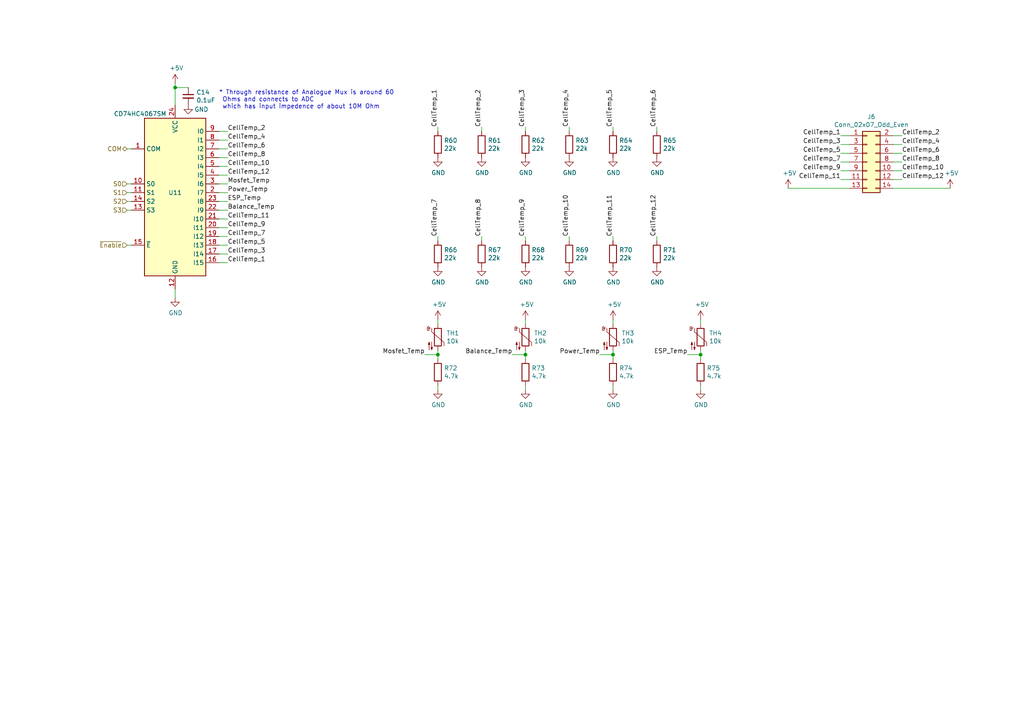
<source format=kicad_sch>
(kicad_sch (version 20250114) (generator "eeschema") (generator_version "9.0")
  (paper "A4")
  (lib_symbols
    (symbol "74xx:CD74HC4067SM"
      (property "Reference" "U" (at -8.89 22.86 0))
      (property "Value" "CD74HC4067SM" (at 1.27 22.86 0))
      (symbol "CD74HC4067SM_0_1"
        (rectangle (start -8.89 21.59) (end 8.89 -24.13) (stroke (width 0.254)) (fill (type background)))
      )
      (symbol "CD74HC4067SM_1_1"
        (pin passive line (at -12.7 12.7 0) (length 3.81) (name "COM") (number "1"))
        (pin input line (at -12.7 2.54 0) (length 3.81) (name "S0") (number "10"))
        (pin input line (at -12.7 0 0) (length 3.81) (name "S1") (number "11"))
        (pin input line (at -12.7 -2.54 0) (length 3.81) (name "S2") (number "14"))
        (pin input line (at -12.7 -5.08 0) (length 3.81) (name "S3") (number "13"))
        (pin input line (at -12.7 -15.24 0) (length 3.81) (name "~{E}") (number "15"))
        (pin power_in line (at 0 25.4 270) (length 3.81) (name "VCC") (number "24"))
        (pin power_in line (at 0 -27.94 90) (length 3.81) (name "GND") (number "12"))
        (pin passive line (at 12.7 17.78 180) (length 3.81) (name "I0") (number "9"))
        (pin passive line (at 12.7 15.24 180) (length 3.81) (name "I1") (number "8"))
        (pin passive line (at 12.7 12.7 180) (length 3.81) (name "I2") (number "7"))
        (pin passive line (at 12.7 10.16 180) (length 3.81) (name "I3") (number "6"))
        (pin passive line (at 12.7 7.62 180) (length 3.81) (name "I4") (number "5"))
        (pin passive line (at 12.7 5.08 180) (length 3.81) (name "I5") (number "4"))
        (pin passive line (at 12.7 2.54 180) (length 3.81) (name "I6") (number "3"))
        (pin passive line (at 12.7 0 180) (length 3.81) (name "I7") (number "2"))
        (pin passive line (at 12.7 -2.54 180) (length 3.81) (name "I8") (number "23"))
        (pin passive line (at 12.7 -5.08 180) (length 3.81) (name "I9") (number "22"))
        (pin passive line (at 12.7 -7.62 180) (length 3.81) (name "I10") (number "21"))
        (pin passive line (at 12.7 -10.16 180) (length 3.81) (name "I11") (number "20"))
        (pin passive line (at 12.7 -12.7 180) (length 3.81) (name "I12") (number "19"))
        (pin passive line (at 12.7 -15.24 180) (length 3.81) (name "I13") (number "18"))
        (pin passive line (at 12.7 -17.78 180) (length 3.81) (name "I14") (number "17"))
        (pin passive line (at 12.7 -20.32 180) (length 3.81) (name "I15") (number "16"))
      )
    )
    (symbol "Connector_Generic:Conn_02x07_Odd_Even" (pin_names (offset 1.016) (hide yes))
      (property "Reference" "J" (at 1.27 10.16 0))
      (property "Value" "Conn_02x07_Odd_Even" (at 1.27 -10.16 0))
      (symbol "Conn_02x07_Odd_Even_1_1"
        (rectangle (start -1.27 8.89) (end 3.81 -8.89) (stroke (width 0.254)) (fill (type background)))
        (rectangle (start -1.27 7.747) (end 0 7.493) (stroke (width 0.1524)))
        (rectangle (start -1.27 5.207) (end 0 4.953) (stroke (width 0.1524)))
        (rectangle (start -1.27 2.667) (end 0 2.413) (stroke (width 0.1524)))
        (rectangle (start -1.27 0.127) (end 0 -0.127) (stroke (width 0.1524)))
        (rectangle (start -1.27 -2.413) (end 0 -2.667) (stroke (width 0.1524)))
        (rectangle (start -1.27 -4.953) (end 0 -5.207) (stroke (width 0.1524)))
        (rectangle (start -1.27 -7.493) (end 0 -7.747) (stroke (width 0.1524)))
        (rectangle (start 3.81 7.747) (end 2.54 7.493) (stroke (width 0.1524)))
        (rectangle (start 3.81 5.207) (end 2.54 4.953) (stroke (width 0.1524)))
        (rectangle (start 3.81 2.667) (end 2.54 2.413) (stroke (width 0.1524)))
        (rectangle (start 3.81 0.127) (end 2.54 -0.127) (stroke (width 0.1524)))
        (rectangle (start 3.81 -2.413) (end 2.54 -2.667) (stroke (width 0.1524)))
        (rectangle (start 3.81 -4.953) (end 2.54 -5.207) (stroke (width 0.1524)))
        (rectangle (start 3.81 -7.493) (end 2.54 -7.747) (stroke (width 0.1524)))
        (pin passive line (at -5.08 7.62 0) (length 3.81) (name "Pin_1") (number "1"))
        (pin passive line (at -5.08 5.08 0) (length 3.81) (name "Pin_3") (number "3"))
        (pin passive line (at -5.08 2.54 0) (length 3.81) (name "Pin_5") (number "5"))
        (pin passive line (at -5.08 0 0) (length 3.81) (name "Pin_7") (number "7"))
        (pin passive line (at -5.08 -2.54 0) (length 3.81) (name "Pin_9") (number "9"))
        (pin passive line (at -5.08 -5.08 0) (length 3.81) (name "Pin_11") (number "11"))
        (pin passive line (at -5.08 -7.62 0) (length 3.81) (name "Pin_13") (number "13"))
        (pin passive line (at 7.62 7.62 180) (length 3.81) (name "Pin_2") (number "2"))
        (pin passive line (at 7.62 5.08 180) (length 3.81) (name "Pin_4") (number "4"))
        (pin passive line (at 7.62 2.54 180) (length 3.81) (name "Pin_6") (number "6"))
        (pin passive line (at 7.62 0 180) (length 3.81) (name "Pin_8") (number "8"))
        (pin passive line (at 7.62 -2.54 180) (length 3.81) (name "Pin_10") (number "10"))
        (pin passive line (at 7.62 -5.08 180) (length 3.81) (name "Pin_12") (number "12"))
        (pin passive line (at 7.62 -7.62 180) (length 3.81) (name "Pin_14") (number "14"))
      )
    )
    (symbol "Device:C_Small" (pin_numbers (hide yes)) (pin_names (offset 0.254) (hide yes))
      (property "Reference" "C" (at 0.254 1.778 0))
      (property "Value" "C_Small" (at 0.254 -2.032 0))
      (symbol "C_Small_0_1"
        (polyline (pts (xy -1.524 0.508) (xy 1.524 0.508)) (stroke (width 0.3048)))
        (polyline (pts (xy -1.524 -0.508) (xy 1.524 -0.508)) (stroke (width 0.3302)))
      )
      (symbol "C_Small_1_1"
        (pin passive line (at 0 2.54 270) (length 2.032) (name "~") (number "1"))
        (pin passive line (at 0 -2.54 90) (length 2.032) (name "~") (number "2"))
      )
    )
    (symbol "Device:R" (pin_numbers (hide yes)) (pin_names (offset 0))
      (property "Reference" "R" (at 2.032 0 90))
      (property "Value" "R" (at 0 0 90))
      (symbol "R_0_1"
        (rectangle (start -1.016 -2.54) (end 1.016 2.54) (stroke (width 0.254)))
      )
      (symbol "R_1_1"
        (pin passive line (at 0 3.81 270) (length 1.27) (name "~") (number "1"))
        (pin passive line (at 0 -3.81 90) (length 1.27) (name "~") (number "2"))
      )
    )
    (symbol "Device:Thermistor_NTC" (pin_numbers (hide yes)) (pin_names (offset 0))
      (property "Reference" "TH" (at -4.445 0 90))
      (property "Value" "Thermistor_NTC" (at 3.175 0 90))
      (symbol "Thermistor_NTC_0_1"
        (arc (start -3.175 2.413) (mid -3.0505 2.3165) (end -3.048 2.159))
        (arc (start -3.048 2.794) (mid -2.9736 2.9736) (end -2.794 3.048))
        (arc (start -2.794 3.048) (mid -2.6144 2.9736) (end -2.54 2.794))
        (arc (start -2.794 2.54) (mid -2.9736 2.6144) (end -3.048 2.794))
        (arc (start -2.794 1.905) (mid -2.9736 1.9794) (end -3.048 2.159))
        (arc (start -2.54 2.159) (mid -2.6144 1.9794) (end -2.794 1.905))
        (arc (start -2.159 2.794) (mid -2.434 2.5608) (end -2.794 2.54))
        (polyline (pts (xy -2.54 2.159) (xy -2.54 2.794)))
        (polyline (pts (xy -2.54 -3.683) (xy -2.54 -1.397) (xy -2.794 -2.159) (xy -2.286 -2.159) (xy -2.54 -1.397) (xy -2.54 -1.651)) (fill (type outline)))
        (polyline (pts (xy -1.778 2.54) (xy -1.778 1.524) (xy 1.778 -1.524) (xy 1.778 -2.54)))
        (polyline (pts (xy -1.778 -1.397) (xy -1.778 -3.683) (xy -2.032 -2.921) (xy -1.524 -2.921) (xy -1.778 -3.683) (xy -1.778 -3.429)) (fill (type outline)))
        (rectangle (start -1.016 2.54) (end 1.016 -2.54) (stroke (width 0.254)))
      )
      (symbol "Thermistor_NTC_1_1"
        (pin passive line (at 0 3.81 270) (length 1.27) (name "~") (number "1"))
        (pin passive line (at 0 -3.81 90) (length 1.27) (name "~") (number "2"))
      )
    )
    (symbol "power:+5V" (power) (pin_names (offset 0))
      (property "Value" "+5V" (at 0 3.556 0))
      (symbol "+5V_0_1"
        (polyline (pts (xy -0.762 1.27) (xy 0 2.54)))
        (polyline (pts (xy 0 2.54) (xy 0.762 1.27)))
        (polyline (pts (xy 0 0) (xy 0 2.54)))
      )
      (symbol "+5V_1_1"
        (pin power_in line (at 0 0 90) (length 0) (hide yes) (name "+5V") (number "1"))
      )
    )
    (symbol "power:GND" (power) (pin_names (offset 0))
      (property "Value" "GND" (at 0 -3.81 0))
      (symbol "GND_0_1"
        (polyline (pts (xy 0 0) (xy 0 -1.27) (xy 1.27 -1.27) (xy 0 -2.54) (xy -1.27 -1.27) (xy 0 -1.27)))
      )
      (symbol "GND_1_1"
        (pin power_in line (at 0 0 270) (length 0) (hide yes) (name "GND") (number "1"))
      )
    )
  )
  (text "* Through resistance of Analogue Mux is around 60\n Ohms and connects to ADC\n which has input impedence of about 10M Ohm" (at 63.5 31.75 0) (effects (font (size 1.27 1.27)) (justify left bottom)))
  (junction (at 50.8 25.4))
  (junction (at 203.2 102.87))
  (junction (at 152.4 102.87))
  (junction (at 177.8 102.87))
  (junction (at 127 102.87))
  (wire (pts (xy 127 101.6) (xy 127 102.87)))
  (wire (pts (xy 203.2 101.6) (xy 203.2 102.87)))
  (wire (pts (xy 54.61 25.4) (xy 50.8 25.4)))
  (wire (pts (xy 63.5 55.88) (xy 66.04 55.88)))
  (wire (pts (xy 63.5 68.58) (xy 66.04 68.58)))
  (wire (pts (xy 152.4 92.71) (xy 152.4 93.98)))
  (wire (pts (xy 50.8 24.13) (xy 50.8 25.4)))
  (wire (pts (xy 152.4 113.03) (xy 152.4 111.76)))
  (wire (pts (xy 228.6 54.61) (xy 246.38 54.61)))
  (wire (pts (xy 63.5 45.72) (xy 66.04 45.72)))
  (wire (pts (xy 50.8 25.4) (xy 50.8 30.48)))
  (wire (pts (xy 127 102.87) (xy 127 104.14)))
  (wire (pts (xy 139.7 68.58) (xy 139.7 69.85)))
  (wire (pts (xy 152.4 36.83) (xy 152.4 38.1)))
  (wire (pts (xy 123.19 102.87) (xy 127 102.87)))
  (wire (pts (xy 63.5 60.96) (xy 66.04 60.96)))
  (wire (pts (xy 63.5 58.42) (xy 66.04 58.42)))
  (wire (pts (xy 259.08 49.53) (xy 261.62 49.53)))
  (wire (pts (xy 177.8 68.58) (xy 177.8 69.85)))
  (wire (pts (xy 243.84 52.07) (xy 246.38 52.07)))
  (wire (pts (xy 139.7 36.83) (xy 139.7 38.1)))
  (wire (pts (xy 177.8 113.03) (xy 177.8 111.76)))
  (wire (pts (xy 203.2 92.71) (xy 203.2 93.98)))
  (wire (pts (xy 243.84 44.45) (xy 246.38 44.45)))
  (wire (pts (xy 165.1 68.58) (xy 165.1 69.85)))
  (wire (pts (xy 190.5 68.58) (xy 190.5 69.85)))
  (wire (pts (xy 63.5 38.1) (xy 66.04 38.1)))
  (wire (pts (xy 63.5 73.66) (xy 66.04 73.66)))
  (wire (pts (xy 63.5 53.34) (xy 66.04 53.34)))
  (wire (pts (xy 259.08 46.99) (xy 261.62 46.99)))
  (wire (pts (xy 243.84 46.99) (xy 246.38 46.99)))
  (wire (pts (xy 127 113.03) (xy 127 111.76)))
  (wire (pts (xy 127 92.71) (xy 127 93.98)))
  (wire (pts (xy 203.2 102.87) (xy 203.2 104.14)))
  (wire (pts (xy 63.5 50.8) (xy 66.04 50.8)))
  (wire (pts (xy 63.5 71.12) (xy 66.04 71.12)))
  (wire (pts (xy 259.08 52.07) (xy 261.62 52.07)))
  (wire (pts (xy 259.08 54.61) (xy 275.59 54.61)))
  (wire (pts (xy 63.5 40.64) (xy 66.04 40.64)))
  (wire (pts (xy 243.84 41.91) (xy 246.38 41.91)))
  (wire (pts (xy 165.1 36.83) (xy 165.1 38.1)))
  (wire (pts (xy 177.8 101.6) (xy 177.8 102.87)))
  (wire (pts (xy 63.5 43.18) (xy 66.04 43.18)))
  (wire (pts (xy 152.4 101.6) (xy 152.4 102.87)))
  (wire (pts (xy 199.39 102.87) (xy 203.2 102.87)))
  (wire (pts (xy 36.83 58.42) (xy 38.1 58.42)))
  (wire (pts (xy 259.08 41.91) (xy 261.62 41.91)))
  (wire (pts (xy 127 68.58) (xy 127 69.85)))
  (wire (pts (xy 63.5 76.2) (xy 66.04 76.2)))
  (wire (pts (xy 243.84 49.53) (xy 246.38 49.53)))
  (wire (pts (xy 259.08 44.45) (xy 261.62 44.45)))
  (wire (pts (xy 63.5 48.26) (xy 66.04 48.26)))
  (wire (pts (xy 127 36.83) (xy 127 38.1)))
  (wire (pts (xy 190.5 36.83) (xy 190.5 38.1)))
  (wire (pts (xy 50.8 83.82) (xy 50.8 86.36)))
  (wire (pts (xy 63.5 63.5) (xy 66.04 63.5)))
  (wire (pts (xy 36.83 43.18) (xy 38.1 43.18)))
  (wire (pts (xy 148.59 102.87) (xy 152.4 102.87)))
  (wire (pts (xy 259.08 39.37) (xy 261.62 39.37)))
  (wire (pts (xy 177.8 36.83) (xy 177.8 38.1)))
  (wire (pts (xy 177.8 92.71) (xy 177.8 93.98)))
  (wire (pts (xy 36.83 55.88) (xy 38.1 55.88)))
  (wire (pts (xy 36.83 71.12) (xy 38.1 71.12)))
  (wire (pts (xy 152.4 102.87) (xy 152.4 104.14)))
  (wire (pts (xy 173.99 102.87) (xy 177.8 102.87)))
  (wire (pts (xy 152.4 68.58) (xy 152.4 69.85)))
  (wire (pts (xy 203.2 113.03) (xy 203.2 111.76)))
  (wire (pts (xy 36.83 53.34) (xy 38.1 53.34)))
  (wire (pts (xy 243.84 39.37) (xy 246.38 39.37)))
  (wire (pts (xy 177.8 102.87) (xy 177.8 104.14)))
  (wire (pts (xy 36.83 60.96) (xy 38.1 60.96)))
  (wire (pts (xy 63.5 66.04) (xy 66.04 66.04)))
  (label "CellTemp_6" (at 190.5 36.83 90))
  (label "CellTemp_8" (at 139.7 68.58 90))
  (label "CellTemp_3" (at 66.04 73.66 0))
  (label "Balance_Temp" (at 66.04 60.96 0))
  (label "CellTemp_5" (at 177.8 36.83 90))
  (label "CellTemp_9" (at 66.04 66.04 0))
  (label "Balance_Temp" (at 148.59 102.87 180))
  (label "CellTemp_1" (at 127 36.83 90))
  (label "CellTemp_10" (at 66.04 48.26 0))
  (label "CellTemp_12" (at 261.62 52.07 0))
  (label "ESP_Temp" (at 199.39 102.87 180))
  (label "CellTemp_12" (at 190.5 68.58 90))
  (label "CellTemp_4" (at 165.1 36.83 90))
  (label "Mosfet_Temp" (at 66.04 53.34 0))
  (label "CellTemp_8" (at 66.04 45.72 0))
  (label "CellTemp_7" (at 127 68.58 90))
  (label "CellTemp_11" (at 243.84 52.07 180))
  (label "CellTemp_2" (at 261.62 39.37 0))
  (label "CellTemp_9" (at 152.4 68.58 90))
  (label "CellTemp_3" (at 243.84 41.91 180))
  (label "CellTemp_11" (at 177.8 68.58 90))
  (label "Mosfet_Temp" (at 123.19 102.87 180))
  (label "CellTemp_8" (at 261.62 46.99 0))
  (label "CellTemp_12" (at 66.04 50.8 0))
  (label "Power_Temp" (at 173.99 102.87 180))
  (label "CellTemp_5" (at 243.84 44.45 180))
  (label "CellTemp_6" (at 66.04 43.18 0))
  (label "CellTemp_7" (at 66.04 68.58 0))
  (label "CellTemp_1" (at 66.04 76.2 0))
  (label "CellTemp_9" (at 243.84 49.53 180))
  (label "CellTemp_2" (at 66.04 38.1 0))
  (label "CellTemp_5" (at 66.04 71.12 0))
  (label "CellTemp_4" (at 66.04 40.64 0))
  (label "CellTemp_11" (at 66.04 63.5 0))
  (label "Power_Temp" (at 66.04 55.88 0))
  (label "CellTemp_7" (at 243.84 46.99 180))
  (label "CellTemp_2" (at 139.7 36.83 90))
  (label "CellTemp_1" (at 243.84 39.37 180))
  (label "ESP_Temp" (at 66.04 58.42 0))
  (label "CellTemp_3" (at 152.4 36.83 90))
  (label "CellTemp_10" (at 165.1 68.58 90))
  (label "CellTemp_10" (at 261.62 49.53 0))
  (label "CellTemp_4" (at 261.62 41.91 0))
  (label "CellTemp_6" (at 261.62 44.45 0))
  (hierarchical_label "~{Enable}" (shape input) (at 36.83 71.12 180))
  (hierarchical_label "S2" (shape input) (at 36.83 58.42 180))
  (hierarchical_label "S1" (shape input) (at 36.83 55.88 180))
  (hierarchical_label "S3" (shape input) (at 36.83 60.96 180))
  (hierarchical_label "S0" (shape input) (at 36.83 53.34 180))
  (hierarchical_label "COM" (shape bidirectional) (at 36.83 43.18 180))
  (symbol (lib_id "Device:Thermistor_NTC") (at 127 97.79 0) (unit 1)
    (property "Reference" "TH1" (at 129.4638 96.6216 0) (effects (justify left)))
    (property "Value" "10k" (at 129.4638 98.933 0) (effects (justify left)))
    (property "Footprint" "Resistor_SMD:R_0402_1005Metric" (effects (hide yes)))
    (property "Datasheet" "https://product.tdk.com/system/files/dam/doc/product/sensor/ntc/chip-ntc-thermistor/catalog/tpd_commercial_ntc-thermistor_ntcg_en.pdf" (effects (hide yes)))
    (property "Comment" "THERMISTOR NTC 10KOHM 3380K 0402" (effects (hide yes)))
    (property "Digikey Number" "445-2550-1-ND" (effects (hide yes)))
    (property "Part Number" "NTCG103JF103FT1" (effects (hide yes)))
    (property "Price ($)" "0.11" (effects (hide yes)))
  )
  (symbol (lib_id "Device:R") (at 127 107.95 0) (unit 1)
    (property "Reference" "R72" (at 128.778 106.7816 0) (effects (justify left)))
    (property "Value" "4.7k" (at 128.778 109.093 0) (effects (justify left)))
    (property "Footprint" "Resistor_SMD:R_0402_1005Metric" (effects (hide yes)))
    (property "Datasheet" "https://www.yageo.com/upload/media/product/productsearch/datasheet/rchip/PYu-RC_Group_51_RoHS_L_12.pdf" (effects (hide yes)))
    (property "Comment" "4.7 kOhms ±1% 0.063W, 1/16W Chip Resistor 0402 (1005 Metric) Moisture Resistant Thick Film" (effects (hide yes)))
    (property "Digikey Number" "311-4.7KLRCT-ND" (effects (hide yes)))
    (property "Part Number" "RC0402FR-074K7L" (effects (hide yes)))
    (property "Price ($)" "0.1" (effects (hide yes)))
  )
  (symbol (lib_id "power:GND") (at 127 113.03 0) (unit 1)
    (property "Reference" "#PWR081" (effects (hide yes)))
    (property "Value" "GND" (at 127.127 117.4242 0))
  )
  (symbol (lib_id "power:+5V") (at 127 92.71 0) (unit 1)
    (property "Reference" "#PWR077" (effects (hide yes)))
    (property "Value" "+5V" (at 127.381 88.3158 0))
  )
  (symbol (lib_id "Device:Thermistor_NTC") (at 152.4 97.79 0) (unit 1)
    (property "Reference" "TH2" (at 154.8638 96.6216 0) (effects (justify left)))
    (property "Value" "10k" (at 154.8638 98.933 0) (effects (justify left)))
    (property "Footprint" "Resistor_SMD:R_0402_1005Metric" (effects (hide yes)))
    (property "Datasheet" "https://product.tdk.com/system/files/dam/doc/product/sensor/ntc/chip-ntc-thermistor/catalog/tpd_commercial_ntc-thermistor_ntcg_en.pdf" (effects (hide yes)))
    (property "Comment" "THERMISTOR NTC 10KOHM 3380K 0402" (effects (hide yes)))
    (property "Digikey Number" "445-2550-1-ND" (effects (hide yes)))
    (property "Part Number" "NTCG103JF103FT1" (effects (hide yes)))
    (property "Price ($)" "0.11" (effects (hide yes)))
  )
  (symbol (lib_id "Device:R") (at 152.4 107.95 0) (unit 1)
    (property "Reference" "R73" (at 154.178 106.7816 0) (effects (justify left)))
    (property "Value" "4.7k" (at 154.178 109.093 0) (effects (justify left)))
    (property "Footprint" "Resistor_SMD:R_0402_1005Metric" (effects (hide yes)))
    (property "Datasheet" "https://www.yageo.com/upload/media/product/productsearch/datasheet/rchip/PYu-RC_Group_51_RoHS_L_12.pdf" (effects (hide yes)))
    (property "Comment" "4.7 kOhms ±1% 0.063W, 1/16W Chip Resistor 0402 (1005 Metric) Moisture Resistant Thick Film" (effects (hide yes)))
    (property "Digikey Number" "311-4.7KLRCT-ND" (effects (hide yes)))
    (property "Part Number" "RC0402FR-074K7L" (effects (hide yes)))
    (property "Price ($)" "0.1" (effects (hide yes)))
  )
  (symbol (lib_id "power:GND") (at 152.4 113.03 0) (unit 1)
    (property "Reference" "#PWR082" (effects (hide yes)))
    (property "Value" "GND" (at 152.527 117.4242 0))
  )
  (symbol (lib_id "power:+5V") (at 152.4 92.71 0) (unit 1)
    (property "Reference" "#PWR078" (effects (hide yes)))
    (property "Value" "+5V" (at 152.781 88.3158 0))
  )
  (symbol (lib_id "Device:Thermistor_NTC") (at 177.8 97.79 0) (unit 1)
    (property "Reference" "TH3" (at 180.2638 96.6216 0) (effects (justify left)))
    (property "Value" "10k" (at 180.2638 98.933 0) (effects (justify left)))
    (property "Footprint" "Resistor_SMD:R_0402_1005Metric" (effects (hide yes)))
    (property "Datasheet" "https://product.tdk.com/system/files/dam/doc/product/sensor/ntc/chip-ntc-thermistor/catalog/tpd_commercial_ntc-thermistor_ntcg_en.pdf" (effects (hide yes)))
    (property "Comment" "THERMISTOR NTC 10KOHM 3380K 0402" (effects (hide yes)))
    (property "Digikey Number" "445-2550-1-ND" (effects (hide yes)))
    (property "Part Number" "NTCG103JF103FT1" (effects (hide yes)))
    (property "Price ($)" "0.11" (effects (hide yes)))
  )
  (symbol (lib_id "Device:R") (at 177.8 107.95 0) (unit 1)
    (property "Reference" "R74" (at 179.578 106.7816 0) (effects (justify left)))
    (property "Value" "4.7k" (at 179.578 109.093 0) (effects (justify left)))
    (property "Footprint" "Resistor_SMD:R_0402_1005Metric" (effects (hide yes)))
    (property "Datasheet" "https://www.yageo.com/upload/media/product/productsearch/datasheet/rchip/PYu-RC_Group_51_RoHS_L_12.pdf" (effects (hide yes)))
    (property "Comment" "4.7 kOhms ±1% 0.063W, 1/16W Chip Resistor 0402 (1005 Metric) Moisture Resistant Thick Film" (effects (hide yes)))
    (property "Digikey Number" "311-4.7KLRCT-ND" (effects (hide yes)))
    (property "Part Number" "RC0402FR-074K7L" (effects (hide yes)))
    (property "Price ($)" "0.1" (effects (hide yes)))
  )
  (symbol (lib_id "power:GND") (at 177.8 113.03 0) (unit 1)
    (property "Reference" "#PWR083" (effects (hide yes)))
    (property "Value" "GND" (at 177.927 117.4242 0))
  )
  (symbol (lib_id "power:+5V") (at 177.8 92.71 0) (unit 1)
    (property "Reference" "#PWR079" (effects (hide yes)))
    (property "Value" "+5V" (at 178.181 88.3158 0))
  )
  (symbol (lib_id "Device:Thermistor_NTC") (at 203.2 97.79 0) (unit 1)
    (property "Reference" "TH4" (at 205.6638 96.6216 0) (effects (justify left)))
    (property "Value" "10k" (at 205.6638 98.933 0) (effects (justify left)))
    (property "Footprint" "Resistor_SMD:R_0402_1005Metric" (effects (hide yes)))
    (property "Datasheet" "https://product.tdk.com/system/files/dam/doc/product/sensor/ntc/chip-ntc-thermistor/catalog/tpd_commercial_ntc-thermistor_ntcg_en.pdf" (effects (hide yes)))
    (property "Comment" "THERMISTOR NTC 10KOHM 3380K 0402" (effects (hide yes)))
    (property "Digikey Number" "445-2550-1-ND" (effects (hide yes)))
    (property "Part Number" "NTCG103JF103FT1" (effects (hide yes)))
    (property "Price ($)" "0.11" (effects (hide yes)))
  )
  (symbol (lib_id "Device:R") (at 203.2 107.95 0) (unit 1)
    (property "Reference" "R75" (at 204.978 106.7816 0) (effects (justify left)))
    (property "Value" "4.7k" (at 204.978 109.093 0) (effects (justify left)))
    (property "Footprint" "Resistor_SMD:R_0402_1005Metric" (effects (hide yes)))
    (property "Datasheet" "https://www.yageo.com/upload/media/product/productsearch/datasheet/rchip/PYu-RC_Group_51_RoHS_L_12.pdf" (effects (hide yes)))
    (property "Comment" "4.7 kOhms ±1% 0.063W, 1/16W Chip Resistor 0402 (1005 Metric) Moisture Resistant Thick Film" (effects (hide yes)))
    (property "Digikey Number" "311-4.7KLRCT-ND" (effects (hide yes)))
    (property "Part Number" "RC0402FR-074K7L" (effects (hide yes)))
    (property "Price ($)" "0.1" (effects (hide yes)))
  )
  (symbol (lib_id "power:GND") (at 203.2 113.03 0) (unit 1)
    (property "Reference" "#PWR084" (effects (hide yes)))
    (property "Value" "GND" (at 203.327 117.4242 0))
  )
  (symbol (lib_id "power:+5V") (at 203.2 92.71 0) (unit 1)
    (property "Reference" "#PWR080" (effects (hide yes)))
    (property "Value" "+5V" (at 203.581 88.3158 0))
  )
  (symbol (lib_id "Connector_Generic:Conn_02x07_Odd_Even") (at 251.46 46.99 0) (unit 1)
    (property "Reference" "J6" (at 252.73 33.8582 0))
    (property "Value" "Conn_02x07_Odd_Even" (at 252.73 36.1696 0))
    (property "Footprint" "uBMS-2:Molex_Milli_Grid_0878325623_TopBottom" (effects (hide yes)))
    (property "Datasheet" "https://media.digikey.com/pdf/Data%20Sheets/Molex%20PDFs/87832-300_Pkg_Spec.pdf" (effects (hide yes)))
    (property "Part Number" "0878325623" (effects (hide yes)))
    (property "Digikey Number" "WM6815TR-ND" (effects (hide yes)))
    (property "Price ($)" "1.56" (effects (hide yes)))
    (property "Comment" "Connector Header Surface Mount 14 position 0.079\" (2.00mm)" (effects (hide yes)))
  )
  (symbol (lib_id "74xx:CD74HC4067SM") (at 50.8 55.88 0) (unit 1)
    (property "Reference" "U11" (at 50.8 55.88 0))
    (property "Value" "CD74HC4067SM" (at 40.64 33.02 0))
    (property "Footprint" "Package_SO:SSOP-24_5.3x8.2mm_P0.65mm" (effects (hide yes)))
    (property "Datasheet" "http://www.ti.com/lit/ds/symlink/cd74hc4067.pdf" (effects (hide yes)))
    (property "Part Number" "CD74HC4067SM96" (effects (hide yes)))
    (property "Digikey Number" "296-9226-2-ND" (effects (hide yes)))
    (property "Price ($)" "0.79" (effects (hide yes)))
    (property "Comment" "1 Circuit IC Switch 16:1 160Ohm 24-SSOP" (effects (hide yes)))
  )
  (symbol (lib_id "power:GND") (at 50.8 86.36 0) (unit 1)
    (property "Reference" "#PWR076" (effects (hide yes)))
    (property "Value" "GND" (at 50.927 90.7542 0))
  )
  (symbol (lib_id "power:GND") (at 54.61 30.48 0) (unit 1)
    (property "Reference" "#PWR061" (effects (hide yes)))
    (property "Value" "GND" (at 58.42 31.75 0))
  )
  (symbol (lib_id "power:+5V") (at 50.8 24.13 0) (unit 1)
    (property "Reference" "#PWR060" (effects (hide yes)))
    (property "Value" "+5V" (at 51.181 19.7358 0))
  )
  (symbol (lib_id "power:+5V") (at 228.6 54.61 0) (unit 1)
    (property "Reference" "#PWR062" (effects (hide yes)))
    (property "Value" "+5V" (at 228.981 50.2158 0))
  )
  (symbol (lib_id "power:+5V") (at 275.59 54.61 0) (unit 1)
    (property "Reference" "#PWR063" (effects (hide yes)))
    (property "Value" "+5V" (at 275.971 50.2158 0))
  )
  (symbol (lib_id "Device:R") (at 127 41.91 0) (unit 1)
    (property "Reference" "R60" (at 128.778 40.7416 0) (effects (justify left)))
    (property "Value" "22k" (at 128.778 43.053 0) (effects (justify left)))
    (property "Footprint" "Resistor_SMD:R_0402_1005Metric" (effects (hide yes)))
    (property "Datasheet" "https://www.yageo.com/upload/media/product/productsearch/datasheet/rchip/PYu-RC_Group_51_RoHS_L_12.pdf" (effects (hide yes)))
    (property "Comment" "22 kOhms ±1% 0.063W, 1/16W Chip Resistor 0402 (1005 Metric) Moisture Resistant Thick Film" (effects (hide yes)))
    (property "Digikey Number" "311-22.0KLRCT-ND" (effects (hide yes)))
    (property "Part Number" "RC0402FR-0722KL" (effects (hide yes)))
    (property "Price ($)" "0.1" (effects (hide yes)))
  )
  (symbol (lib_id "Device:R") (at 139.7 41.91 0) (unit 1)
    (property "Reference" "R61" (at 141.478 40.7416 0) (effects (justify left)))
    (property "Value" "22k" (at 141.478 43.053 0) (effects (justify left)))
    (property "Footprint" "Resistor_SMD:R_0402_1005Metric" (effects (hide yes)))
    (property "Datasheet" "https://www.yageo.com/upload/media/product/productsearch/datasheet/rchip/PYu-RC_Group_51_RoHS_L_12.pdf" (effects (hide yes)))
    (property "Comment" "22 kOhms ±1% 0.063W, 1/16W Chip Resistor 0402 (1005 Metric) Moisture Resistant Thick Film" (effects (hide yes)))
    (property "Digikey Number" "311-22.0KLRCT-ND" (effects (hide yes)))
    (property "Part Number" "RC0402FR-0722KL" (effects (hide yes)))
    (property "Price ($)" "0.1" (effects (hide yes)))
  )
  (symbol (lib_id "Device:R") (at 152.4 41.91 0) (unit 1)
    (property "Reference" "R62" (at 154.178 40.7416 0) (effects (justify left)))
    (property "Value" "22k" (at 154.178 43.053 0) (effects (justify left)))
    (property "Footprint" "Resistor_SMD:R_0402_1005Metric" (effects (hide yes)))
    (property "Datasheet" "https://www.yageo.com/upload/media/product/productsearch/datasheet/rchip/PYu-RC_Group_51_RoHS_L_12.pdf" (effects (hide yes)))
    (property "Comment" "22 kOhms ±1% 0.063W, 1/16W Chip Resistor 0402 (1005 Metric) Moisture Resistant Thick Film" (effects (hide yes)))
    (property "Digikey Number" "311-22.0KLRCT-ND" (effects (hide yes)))
    (property "Part Number" "RC0402FR-0722KL" (effects (hide yes)))
    (property "Price ($)" "0.1" (effects (hide yes)))
  )
  (symbol (lib_id "Device:R") (at 165.1 41.91 0) (unit 1)
    (property "Reference" "R63" (at 166.878 40.7416 0) (effects (justify left)))
    (property "Value" "22k" (at 166.878 43.053 0) (effects (justify left)))
    (property "Footprint" "Resistor_SMD:R_0402_1005Metric" (effects (hide yes)))
    (property "Datasheet" "https://www.yageo.com/upload/media/product/productsearch/datasheet/rchip/PYu-RC_Group_51_RoHS_L_12.pdf" (effects (hide yes)))
    (property "Comment" "22 kOhms ±1% 0.063W, 1/16W Chip Resistor 0402 (1005 Metric) Moisture Resistant Thick Film" (effects (hide yes)))
    (property "Digikey Number" "311-22.0KLRCT-ND" (effects (hide yes)))
    (property "Part Number" "RC0402FR-0722KL" (effects (hide yes)))
    (property "Price ($)" "0.1" (effects (hide yes)))
  )
  (symbol (lib_id "Device:R") (at 177.8 41.91 0) (unit 1)
    (property "Reference" "R64" (at 179.578 40.7416 0) (effects (justify left)))
    (property "Value" "22k" (at 179.578 43.053 0) (effects (justify left)))
    (property "Footprint" "Resistor_SMD:R_0402_1005Metric" (effects (hide yes)))
    (property "Datasheet" "https://www.yageo.com/upload/media/product/productsearch/datasheet/rchip/PYu-RC_Group_51_RoHS_L_12.pdf" (effects (hide yes)))
    (property "Comment" "22 kOhms ±1% 0.063W, 1/16W Chip Resistor 0402 (1005 Metric) Moisture Resistant Thick Film" (effects (hide yes)))
    (property "Digikey Number" "311-22.0KLRCT-ND" (effects (hide yes)))
    (property "Part Number" "RC0402FR-0722KL" (effects (hide yes)))
    (property "Price ($)" "0.1" (effects (hide yes)))
  )
  (symbol (lib_id "Device:R") (at 190.5 41.91 0) (unit 1)
    (property "Reference" "R65" (at 192.278 40.7416 0) (effects (justify left)))
    (property "Value" "22k" (at 192.278 43.053 0) (effects (justify left)))
    (property "Footprint" "Resistor_SMD:R_0402_1005Metric" (effects (hide yes)))
    (property "Datasheet" "https://www.yageo.com/upload/media/product/productsearch/datasheet/rchip/PYu-RC_Group_51_RoHS_L_12.pdf" (effects (hide yes)))
    (property "Comment" "22 kOhms ±1% 0.063W, 1/16W Chip Resistor 0402 (1005 Metric) Moisture Resistant Thick Film" (effects (hide yes)))
    (property "Digikey Number" "311-22.0KLRCT-ND" (effects (hide yes)))
    (property "Part Number" "RC0402FR-0722KL" (effects (hide yes)))
    (property "Price ($)" "0.1" (effects (hide yes)))
  )
  (symbol (lib_id "Device:R") (at 127 73.66 0) (unit 1)
    (property "Reference" "R66" (at 128.778 72.4916 0) (effects (justify left)))
    (property "Value" "22k" (at 128.778 74.803 0) (effects (justify left)))
    (property "Footprint" "Resistor_SMD:R_0402_1005Metric" (effects (hide yes)))
    (property "Datasheet" "https://www.yageo.com/upload/media/product/productsearch/datasheet/rchip/PYu-RC_Group_51_RoHS_L_12.pdf" (effects (hide yes)))
    (property "Comment" "22 kOhms ±1% 0.063W, 1/16W Chip Resistor 0402 (1005 Metric) Moisture Resistant Thick Film" (effects (hide yes)))
    (property "Digikey Number" "311-22.0KLRCT-ND" (effects (hide yes)))
    (property "Part Number" "RC0402FR-0722KL" (effects (hide yes)))
    (property "Price ($)" "0.1" (effects (hide yes)))
  )
  (symbol (lib_id "Device:R") (at 139.7 73.66 0) (unit 1)
    (property "Reference" "R67" (at 141.478 72.4916 0) (effects (justify left)))
    (property "Value" "22k" (at 141.478 74.803 0) (effects (justify left)))
    (property "Footprint" "Resistor_SMD:R_0402_1005Metric" (effects (hide yes)))
    (property "Datasheet" "https://www.yageo.com/upload/media/product/productsearch/datasheet/rchip/PYu-RC_Group_51_RoHS_L_12.pdf" (effects (hide yes)))
    (property "Comment" "22 kOhms ±1% 0.063W, 1/16W Chip Resistor 0402 (1005 Metric) Moisture Resistant Thick Film" (effects (hide yes)))
    (property "Digikey Number" "311-22.0KLRCT-ND" (effects (hide yes)))
    (property "Part Number" "RC0402FR-0722KL" (effects (hide yes)))
    (property "Price ($)" "0.1" (effects (hide yes)))
  )
  (symbol (lib_id "Device:R") (at 152.4 73.66 0) (unit 1)
    (property "Reference" "R68" (at 154.178 72.4916 0) (effects (justify left)))
    (property "Value" "22k" (at 154.178 74.803 0) (effects (justify left)))
    (property "Footprint" "Resistor_SMD:R_0402_1005Metric" (effects (hide yes)))
    (property "Datasheet" "https://www.yageo.com/upload/media/product/productsearch/datasheet/rchip/PYu-RC_Group_51_RoHS_L_12.pdf" (effects (hide yes)))
    (property "Comment" "22 kOhms ±1% 0.063W, 1/16W Chip Resistor 0402 (1005 Metric) Moisture Resistant Thick Film" (effects (hide yes)))
    (property "Digikey Number" "311-22.0KLRCT-ND" (effects (hide yes)))
    (property "Part Number" "RC0402FR-0722KL" (effects (hide yes)))
    (property "Price ($)" "0.1" (effects (hide yes)))
  )
  (symbol (lib_id "Device:R") (at 165.1 73.66 0) (unit 1)
    (property "Reference" "R69" (at 166.878 72.4916 0) (effects (justify left)))
    (property "Value" "22k" (at 166.878 74.803 0) (effects (justify left)))
    (property "Footprint" "Resistor_SMD:R_0402_1005Metric" (effects (hide yes)))
    (property "Datasheet" "https://www.yageo.com/upload/media/product/productsearch/datasheet/rchip/PYu-RC_Group_51_RoHS_L_12.pdf" (effects (hide yes)))
    (property "Comment" "22 kOhms ±1% 0.063W, 1/16W Chip Resistor 0402 (1005 Metric) Moisture Resistant Thick Film" (effects (hide yes)))
    (property "Digikey Number" "311-22.0KLRCT-ND" (effects (hide yes)))
    (property "Part Number" "RC0402FR-0722KL" (effects (hide yes)))
    (property "Price ($)" "0.1" (effects (hide yes)))
  )
  (symbol (lib_id "Device:R") (at 177.8 73.66 0) (unit 1)
    (property "Reference" "R70" (at 179.578 72.4916 0) (effects (justify left)))
    (property "Value" "22k" (at 179.578 74.803 0) (effects (justify left)))
    (property "Footprint" "Resistor_SMD:R_0402_1005Metric" (effects (hide yes)))
    (property "Datasheet" "https://www.yageo.com/upload/media/product/productsearch/datasheet/rchip/PYu-RC_Group_51_RoHS_L_12.pdf" (effects (hide yes)))
    (property "Comment" "22 kOhms ±1% 0.063W, 1/16W Chip Resistor 0402 (1005 Metric) Moisture Resistant Thick Film" (effects (hide yes)))
    (property "Digikey Number" "311-22.0KLRCT-ND" (effects (hide yes)))
    (property "Part Number" "RC0402FR-0722KL" (effects (hide yes)))
    (property "Price ($)" "0.1" (effects (hide yes)))
  )
  (symbol (lib_id "Device:R") (at 190.5 73.66 0) (unit 1)
    (property "Reference" "R71" (at 192.278 72.4916 0) (effects (justify left)))
    (property "Value" "22k" (at 192.278 74.803 0) (effects (justify left)))
    (property "Footprint" "Resistor_SMD:R_0402_1005Metric" (effects (hide yes)))
    (property "Datasheet" "https://www.yageo.com/upload/media/product/productsearch/datasheet/rchip/PYu-RC_Group_51_RoHS_L_12.pdf" (effects (hide yes)))
    (property "Comment" "22 kOhms ±1% 0.063W, 1/16W Chip Resistor 0402 (1005 Metric) Moisture Resistant Thick Film" (effects (hide yes)))
    (property "Digikey Number" "311-22.0KLRCT-ND" (effects (hide yes)))
    (property "Part Number" "RC0402FR-0722KL" (effects (hide yes)))
    (property "Price ($)" "0.1" (effects (hide yes)))
  )
  (symbol (lib_id "power:GND") (at 127 45.72 0) (unit 1)
    (property "Reference" "#PWR064" (effects (hide yes)))
    (property "Value" "GND" (at 127.127 50.1142 0))
  )
  (symbol (lib_id "power:GND") (at 139.7 45.72 0) (unit 1)
    (property "Reference" "#PWR065" (effects (hide yes)))
    (property "Value" "GND" (at 139.827 50.1142 0))
  )
  (symbol (lib_id "power:GND") (at 152.4 45.72 0) (unit 1)
    (property "Reference" "#PWR066" (effects (hide yes)))
    (property "Value" "GND" (at 152.527 50.1142 0))
  )
  (symbol (lib_id "power:GND") (at 165.1 45.72 0) (unit 1)
    (property "Reference" "#PWR067" (effects (hide yes)))
    (property "Value" "GND" (at 165.227 50.1142 0))
  )
  (symbol (lib_id "power:GND") (at 177.8 45.72 0) (unit 1)
    (property "Reference" "#PWR068" (effects (hide yes)))
    (property "Value" "GND" (at 177.927 50.1142 0))
  )
  (symbol (lib_id "power:GND") (at 190.5 45.72 0) (unit 1)
    (property "Reference" "#PWR069" (effects (hide yes)))
    (property "Value" "GND" (at 190.627 50.1142 0))
  )
  (symbol (lib_id "power:GND") (at 127 77.47 0) (unit 1)
    (property "Reference" "#PWR070" (effects (hide yes)))
    (property "Value" "GND" (at 127.127 81.8642 0))
  )
  (symbol (lib_id "power:GND") (at 139.7 77.47 0) (unit 1)
    (property "Reference" "#PWR071" (effects (hide yes)))
    (property "Value" "GND" (at 139.827 81.8642 0))
  )
  (symbol (lib_id "power:GND") (at 152.4 77.47 0) (unit 1)
    (property "Reference" "#PWR072" (effects (hide yes)))
    (property "Value" "GND" (at 152.527 81.8642 0))
  )
  (symbol (lib_id "power:GND") (at 165.1 77.47 0) (unit 1)
    (property "Reference" "#PWR073" (effects (hide yes)))
    (property "Value" "GND" (at 165.227 81.8642 0))
  )
  (symbol (lib_id "power:GND") (at 177.8 77.47 0) (unit 1)
    (property "Reference" "#PWR074" (effects (hide yes)))
    (property "Value" "GND" (at 177.927 81.8642 0))
  )
  (symbol (lib_id "power:GND") (at 190.5 77.47 0) (unit 1)
    (property "Reference" "#PWR075" (effects (hide yes)))
    (property "Value" "GND" (at 190.627 81.8642 0))
  )
  (symbol (lib_id "Device:C_Small") (at 54.61 27.94 0) (unit 1)
    (property "Reference" "C14" (at 56.9468 26.7716 0) (effects (justify left)))
    (property "Value" "0.1uF" (at 56.9468 29.083 0) (effects (justify left)))
    (property "Footprint" "Capacitor_SMD:C_0402_1005Metric" (effects (hide yes)))
    (property "Datasheet" "https://www.yageo.com/upload/media/product/productsearch/datasheet/mlcc/UPY-GPHC_X7R_6.3V-to-250V_22.pdf" (effects (hide yes)))
    (property "Part Number" "CC0402KRX7R7BB104" (effects (hide yes)))
    (property "Digikey Number" "311-1338-1-ND" (effects (hide yes)))
    (property "Price ($)" "0.1" (effects (hide yes)))
    (property "Comment" "0.1 µF ±10% 16V Ceramic Capacitor X7R 0402 (1005 Metric)" (effects (hide yes)))
  )
)
</source>
